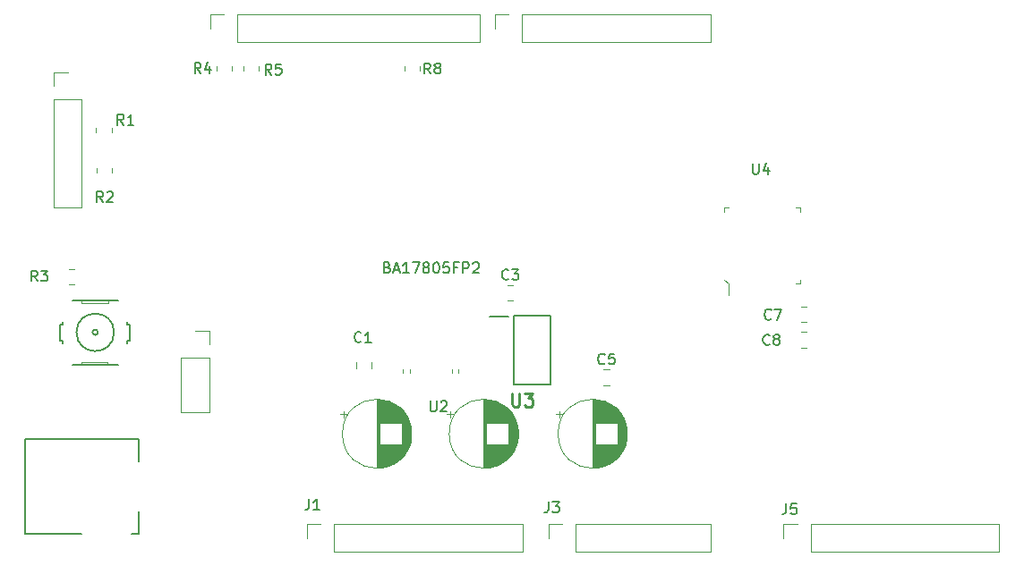
<source format=gbr>
%TF.GenerationSoftware,KiCad,Pcbnew,8.0.6*%
%TF.CreationDate,2025-01-18T19:56:56-05:00*%
%TF.ProjectId,RL78_G14_Arduino_32p,524c3738-5f47-4313-945f-41726475696e,rev?*%
%TF.SameCoordinates,Original*%
%TF.FileFunction,Legend,Top*%
%TF.FilePolarity,Positive*%
%FSLAX46Y46*%
G04 Gerber Fmt 4.6, Leading zero omitted, Abs format (unit mm)*
G04 Created by KiCad (PCBNEW 8.0.6) date 2025-01-18 19:56:56*
%MOMM*%
%LPD*%
G01*
G04 APERTURE LIST*
%ADD10C,0.150000*%
%ADD11C,0.254000*%
%ADD12C,0.100000*%
%ADD13C,0.120000*%
%ADD14C,0.152400*%
%ADD15C,0.050800*%
%ADD16C,0.203200*%
%ADD17C,0.200000*%
G04 APERTURE END LIST*
D10*
X119788095Y-41804819D02*
X119788095Y-42614342D01*
X119788095Y-42614342D02*
X119835714Y-42709580D01*
X119835714Y-42709580D02*
X119883333Y-42757200D01*
X119883333Y-42757200D02*
X119978571Y-42804819D01*
X119978571Y-42804819D02*
X120169047Y-42804819D01*
X120169047Y-42804819D02*
X120264285Y-42757200D01*
X120264285Y-42757200D02*
X120311904Y-42709580D01*
X120311904Y-42709580D02*
X120359523Y-42614342D01*
X120359523Y-42614342D02*
X120359523Y-41804819D01*
X121264285Y-42138152D02*
X121264285Y-42804819D01*
X121026190Y-41757200D02*
X120788095Y-42471485D01*
X120788095Y-42471485D02*
X121407142Y-42471485D01*
X89311333Y-33304819D02*
X88978000Y-32828628D01*
X88739905Y-33304819D02*
X88739905Y-32304819D01*
X88739905Y-32304819D02*
X89120857Y-32304819D01*
X89120857Y-32304819D02*
X89216095Y-32352438D01*
X89216095Y-32352438D02*
X89263714Y-32400057D01*
X89263714Y-32400057D02*
X89311333Y-32495295D01*
X89311333Y-32495295D02*
X89311333Y-32638152D01*
X89311333Y-32638152D02*
X89263714Y-32733390D01*
X89263714Y-32733390D02*
X89216095Y-32781009D01*
X89216095Y-32781009D02*
X89120857Y-32828628D01*
X89120857Y-32828628D02*
X88739905Y-32828628D01*
X89882762Y-32733390D02*
X89787524Y-32685771D01*
X89787524Y-32685771D02*
X89739905Y-32638152D01*
X89739905Y-32638152D02*
X89692286Y-32542914D01*
X89692286Y-32542914D02*
X89692286Y-32495295D01*
X89692286Y-32495295D02*
X89739905Y-32400057D01*
X89739905Y-32400057D02*
X89787524Y-32352438D01*
X89787524Y-32352438D02*
X89882762Y-32304819D01*
X89882762Y-32304819D02*
X90073238Y-32304819D01*
X90073238Y-32304819D02*
X90168476Y-32352438D01*
X90168476Y-32352438D02*
X90216095Y-32400057D01*
X90216095Y-32400057D02*
X90263714Y-32495295D01*
X90263714Y-32495295D02*
X90263714Y-32542914D01*
X90263714Y-32542914D02*
X90216095Y-32638152D01*
X90216095Y-32638152D02*
X90168476Y-32685771D01*
X90168476Y-32685771D02*
X90073238Y-32733390D01*
X90073238Y-32733390D02*
X89882762Y-32733390D01*
X89882762Y-32733390D02*
X89787524Y-32781009D01*
X89787524Y-32781009D02*
X89739905Y-32828628D01*
X89739905Y-32828628D02*
X89692286Y-32923866D01*
X89692286Y-32923866D02*
X89692286Y-33114342D01*
X89692286Y-33114342D02*
X89739905Y-33209580D01*
X89739905Y-33209580D02*
X89787524Y-33257200D01*
X89787524Y-33257200D02*
X89882762Y-33304819D01*
X89882762Y-33304819D02*
X90073238Y-33304819D01*
X90073238Y-33304819D02*
X90168476Y-33257200D01*
X90168476Y-33257200D02*
X90216095Y-33209580D01*
X90216095Y-33209580D02*
X90263714Y-33114342D01*
X90263714Y-33114342D02*
X90263714Y-32923866D01*
X90263714Y-32923866D02*
X90216095Y-32828628D01*
X90216095Y-32828628D02*
X90168476Y-32781009D01*
X90168476Y-32781009D02*
X90073238Y-32733390D01*
X122956666Y-74014819D02*
X122956666Y-74729104D01*
X122956666Y-74729104D02*
X122909047Y-74871961D01*
X122909047Y-74871961D02*
X122813809Y-74967200D01*
X122813809Y-74967200D02*
X122670952Y-75014819D01*
X122670952Y-75014819D02*
X122575714Y-75014819D01*
X123909047Y-74014819D02*
X123432857Y-74014819D01*
X123432857Y-74014819D02*
X123385238Y-74491009D01*
X123385238Y-74491009D02*
X123432857Y-74443390D01*
X123432857Y-74443390D02*
X123528095Y-74395771D01*
X123528095Y-74395771D02*
X123766190Y-74395771D01*
X123766190Y-74395771D02*
X123861428Y-74443390D01*
X123861428Y-74443390D02*
X123909047Y-74491009D01*
X123909047Y-74491009D02*
X123956666Y-74586247D01*
X123956666Y-74586247D02*
X123956666Y-74824342D01*
X123956666Y-74824342D02*
X123909047Y-74919580D01*
X123909047Y-74919580D02*
X123861428Y-74967200D01*
X123861428Y-74967200D02*
X123766190Y-75014819D01*
X123766190Y-75014819D02*
X123528095Y-75014819D01*
X123528095Y-75014819D02*
X123432857Y-74967200D01*
X123432857Y-74967200D02*
X123385238Y-74919580D01*
X100466666Y-73854819D02*
X100466666Y-74569104D01*
X100466666Y-74569104D02*
X100419047Y-74711961D01*
X100419047Y-74711961D02*
X100323809Y-74807200D01*
X100323809Y-74807200D02*
X100180952Y-74854819D01*
X100180952Y-74854819D02*
X100085714Y-74854819D01*
X100847619Y-73854819D02*
X101466666Y-73854819D01*
X101466666Y-73854819D02*
X101133333Y-74235771D01*
X101133333Y-74235771D02*
X101276190Y-74235771D01*
X101276190Y-74235771D02*
X101371428Y-74283390D01*
X101371428Y-74283390D02*
X101419047Y-74331009D01*
X101419047Y-74331009D02*
X101466666Y-74426247D01*
X101466666Y-74426247D02*
X101466666Y-74664342D01*
X101466666Y-74664342D02*
X101419047Y-74759580D01*
X101419047Y-74759580D02*
X101371428Y-74807200D01*
X101371428Y-74807200D02*
X101276190Y-74854819D01*
X101276190Y-74854819D02*
X100990476Y-74854819D01*
X100990476Y-74854819D02*
X100895238Y-74807200D01*
X100895238Y-74807200D02*
X100847619Y-74759580D01*
X121383333Y-58909580D02*
X121335714Y-58957200D01*
X121335714Y-58957200D02*
X121192857Y-59004819D01*
X121192857Y-59004819D02*
X121097619Y-59004819D01*
X121097619Y-59004819D02*
X120954762Y-58957200D01*
X120954762Y-58957200D02*
X120859524Y-58861961D01*
X120859524Y-58861961D02*
X120811905Y-58766723D01*
X120811905Y-58766723D02*
X120764286Y-58576247D01*
X120764286Y-58576247D02*
X120764286Y-58433390D01*
X120764286Y-58433390D02*
X120811905Y-58242914D01*
X120811905Y-58242914D02*
X120859524Y-58147676D01*
X120859524Y-58147676D02*
X120954762Y-58052438D01*
X120954762Y-58052438D02*
X121097619Y-58004819D01*
X121097619Y-58004819D02*
X121192857Y-58004819D01*
X121192857Y-58004819D02*
X121335714Y-58052438D01*
X121335714Y-58052438D02*
X121383333Y-58100057D01*
X121954762Y-58433390D02*
X121859524Y-58385771D01*
X121859524Y-58385771D02*
X121811905Y-58338152D01*
X121811905Y-58338152D02*
X121764286Y-58242914D01*
X121764286Y-58242914D02*
X121764286Y-58195295D01*
X121764286Y-58195295D02*
X121811905Y-58100057D01*
X121811905Y-58100057D02*
X121859524Y-58052438D01*
X121859524Y-58052438D02*
X121954762Y-58004819D01*
X121954762Y-58004819D02*
X122145238Y-58004819D01*
X122145238Y-58004819D02*
X122240476Y-58052438D01*
X122240476Y-58052438D02*
X122288095Y-58100057D01*
X122288095Y-58100057D02*
X122335714Y-58195295D01*
X122335714Y-58195295D02*
X122335714Y-58242914D01*
X122335714Y-58242914D02*
X122288095Y-58338152D01*
X122288095Y-58338152D02*
X122240476Y-58385771D01*
X122240476Y-58385771D02*
X122145238Y-58433390D01*
X122145238Y-58433390D02*
X121954762Y-58433390D01*
X121954762Y-58433390D02*
X121859524Y-58481009D01*
X121859524Y-58481009D02*
X121811905Y-58528628D01*
X121811905Y-58528628D02*
X121764286Y-58623866D01*
X121764286Y-58623866D02*
X121764286Y-58814342D01*
X121764286Y-58814342D02*
X121811905Y-58909580D01*
X121811905Y-58909580D02*
X121859524Y-58957200D01*
X121859524Y-58957200D02*
X121954762Y-59004819D01*
X121954762Y-59004819D02*
X122145238Y-59004819D01*
X122145238Y-59004819D02*
X122240476Y-58957200D01*
X122240476Y-58957200D02*
X122288095Y-58909580D01*
X122288095Y-58909580D02*
X122335714Y-58814342D01*
X122335714Y-58814342D02*
X122335714Y-58623866D01*
X122335714Y-58623866D02*
X122288095Y-58528628D01*
X122288095Y-58528628D02*
X122240476Y-58481009D01*
X122240476Y-58481009D02*
X122145238Y-58433390D01*
X60283333Y-38154819D02*
X59950000Y-37678628D01*
X59711905Y-38154819D02*
X59711905Y-37154819D01*
X59711905Y-37154819D02*
X60092857Y-37154819D01*
X60092857Y-37154819D02*
X60188095Y-37202438D01*
X60188095Y-37202438D02*
X60235714Y-37250057D01*
X60235714Y-37250057D02*
X60283333Y-37345295D01*
X60283333Y-37345295D02*
X60283333Y-37488152D01*
X60283333Y-37488152D02*
X60235714Y-37583390D01*
X60235714Y-37583390D02*
X60188095Y-37631009D01*
X60188095Y-37631009D02*
X60092857Y-37678628D01*
X60092857Y-37678628D02*
X59711905Y-37678628D01*
X61235714Y-38154819D02*
X60664286Y-38154819D01*
X60950000Y-38154819D02*
X60950000Y-37154819D01*
X60950000Y-37154819D02*
X60854762Y-37297676D01*
X60854762Y-37297676D02*
X60759524Y-37392914D01*
X60759524Y-37392914D02*
X60664286Y-37440533D01*
X77816666Y-73604819D02*
X77816666Y-74319104D01*
X77816666Y-74319104D02*
X77769047Y-74461961D01*
X77769047Y-74461961D02*
X77673809Y-74557200D01*
X77673809Y-74557200D02*
X77530952Y-74604819D01*
X77530952Y-74604819D02*
X77435714Y-74604819D01*
X78816666Y-74604819D02*
X78245238Y-74604819D01*
X78530952Y-74604819D02*
X78530952Y-73604819D01*
X78530952Y-73604819D02*
X78435714Y-73747676D01*
X78435714Y-73747676D02*
X78340476Y-73842914D01*
X78340476Y-73842914D02*
X78245238Y-73890533D01*
X89298095Y-64297419D02*
X89298095Y-65106942D01*
X89298095Y-65106942D02*
X89345714Y-65202180D01*
X89345714Y-65202180D02*
X89393333Y-65249800D01*
X89393333Y-65249800D02*
X89488571Y-65297419D01*
X89488571Y-65297419D02*
X89679047Y-65297419D01*
X89679047Y-65297419D02*
X89774285Y-65249800D01*
X89774285Y-65249800D02*
X89821904Y-65202180D01*
X89821904Y-65202180D02*
X89869523Y-65106942D01*
X89869523Y-65106942D02*
X89869523Y-64297419D01*
X90298095Y-64392657D02*
X90345714Y-64345038D01*
X90345714Y-64345038D02*
X90440952Y-64297419D01*
X90440952Y-64297419D02*
X90679047Y-64297419D01*
X90679047Y-64297419D02*
X90774285Y-64345038D01*
X90774285Y-64345038D02*
X90821904Y-64392657D01*
X90821904Y-64392657D02*
X90869523Y-64487895D01*
X90869523Y-64487895D02*
X90869523Y-64583133D01*
X90869523Y-64583133D02*
X90821904Y-64725990D01*
X90821904Y-64725990D02*
X90250476Y-65297419D01*
X90250476Y-65297419D02*
X90869523Y-65297419D01*
X85227142Y-51653609D02*
X85369999Y-51701228D01*
X85369999Y-51701228D02*
X85417618Y-51748847D01*
X85417618Y-51748847D02*
X85465237Y-51844085D01*
X85465237Y-51844085D02*
X85465237Y-51986942D01*
X85465237Y-51986942D02*
X85417618Y-52082180D01*
X85417618Y-52082180D02*
X85369999Y-52129800D01*
X85369999Y-52129800D02*
X85274761Y-52177419D01*
X85274761Y-52177419D02*
X84893809Y-52177419D01*
X84893809Y-52177419D02*
X84893809Y-51177419D01*
X84893809Y-51177419D02*
X85227142Y-51177419D01*
X85227142Y-51177419D02*
X85322380Y-51225038D01*
X85322380Y-51225038D02*
X85369999Y-51272657D01*
X85369999Y-51272657D02*
X85417618Y-51367895D01*
X85417618Y-51367895D02*
X85417618Y-51463133D01*
X85417618Y-51463133D02*
X85369999Y-51558371D01*
X85369999Y-51558371D02*
X85322380Y-51605990D01*
X85322380Y-51605990D02*
X85227142Y-51653609D01*
X85227142Y-51653609D02*
X84893809Y-51653609D01*
X85846190Y-51891704D02*
X86322380Y-51891704D01*
X85750952Y-52177419D02*
X86084285Y-51177419D01*
X86084285Y-51177419D02*
X86417618Y-52177419D01*
X87274761Y-52177419D02*
X86703333Y-52177419D01*
X86989047Y-52177419D02*
X86989047Y-51177419D01*
X86989047Y-51177419D02*
X86893809Y-51320276D01*
X86893809Y-51320276D02*
X86798571Y-51415514D01*
X86798571Y-51415514D02*
X86703333Y-51463133D01*
X87608095Y-51177419D02*
X88274761Y-51177419D01*
X88274761Y-51177419D02*
X87846190Y-52177419D01*
X88798571Y-51605990D02*
X88703333Y-51558371D01*
X88703333Y-51558371D02*
X88655714Y-51510752D01*
X88655714Y-51510752D02*
X88608095Y-51415514D01*
X88608095Y-51415514D02*
X88608095Y-51367895D01*
X88608095Y-51367895D02*
X88655714Y-51272657D01*
X88655714Y-51272657D02*
X88703333Y-51225038D01*
X88703333Y-51225038D02*
X88798571Y-51177419D01*
X88798571Y-51177419D02*
X88989047Y-51177419D01*
X88989047Y-51177419D02*
X89084285Y-51225038D01*
X89084285Y-51225038D02*
X89131904Y-51272657D01*
X89131904Y-51272657D02*
X89179523Y-51367895D01*
X89179523Y-51367895D02*
X89179523Y-51415514D01*
X89179523Y-51415514D02*
X89131904Y-51510752D01*
X89131904Y-51510752D02*
X89084285Y-51558371D01*
X89084285Y-51558371D02*
X88989047Y-51605990D01*
X88989047Y-51605990D02*
X88798571Y-51605990D01*
X88798571Y-51605990D02*
X88703333Y-51653609D01*
X88703333Y-51653609D02*
X88655714Y-51701228D01*
X88655714Y-51701228D02*
X88608095Y-51796466D01*
X88608095Y-51796466D02*
X88608095Y-51986942D01*
X88608095Y-51986942D02*
X88655714Y-52082180D01*
X88655714Y-52082180D02*
X88703333Y-52129800D01*
X88703333Y-52129800D02*
X88798571Y-52177419D01*
X88798571Y-52177419D02*
X88989047Y-52177419D01*
X88989047Y-52177419D02*
X89084285Y-52129800D01*
X89084285Y-52129800D02*
X89131904Y-52082180D01*
X89131904Y-52082180D02*
X89179523Y-51986942D01*
X89179523Y-51986942D02*
X89179523Y-51796466D01*
X89179523Y-51796466D02*
X89131904Y-51701228D01*
X89131904Y-51701228D02*
X89084285Y-51653609D01*
X89084285Y-51653609D02*
X88989047Y-51605990D01*
X89798571Y-51177419D02*
X89893809Y-51177419D01*
X89893809Y-51177419D02*
X89989047Y-51225038D01*
X89989047Y-51225038D02*
X90036666Y-51272657D01*
X90036666Y-51272657D02*
X90084285Y-51367895D01*
X90084285Y-51367895D02*
X90131904Y-51558371D01*
X90131904Y-51558371D02*
X90131904Y-51796466D01*
X90131904Y-51796466D02*
X90084285Y-51986942D01*
X90084285Y-51986942D02*
X90036666Y-52082180D01*
X90036666Y-52082180D02*
X89989047Y-52129800D01*
X89989047Y-52129800D02*
X89893809Y-52177419D01*
X89893809Y-52177419D02*
X89798571Y-52177419D01*
X89798571Y-52177419D02*
X89703333Y-52129800D01*
X89703333Y-52129800D02*
X89655714Y-52082180D01*
X89655714Y-52082180D02*
X89608095Y-51986942D01*
X89608095Y-51986942D02*
X89560476Y-51796466D01*
X89560476Y-51796466D02*
X89560476Y-51558371D01*
X89560476Y-51558371D02*
X89608095Y-51367895D01*
X89608095Y-51367895D02*
X89655714Y-51272657D01*
X89655714Y-51272657D02*
X89703333Y-51225038D01*
X89703333Y-51225038D02*
X89798571Y-51177419D01*
X91036666Y-51177419D02*
X90560476Y-51177419D01*
X90560476Y-51177419D02*
X90512857Y-51653609D01*
X90512857Y-51653609D02*
X90560476Y-51605990D01*
X90560476Y-51605990D02*
X90655714Y-51558371D01*
X90655714Y-51558371D02*
X90893809Y-51558371D01*
X90893809Y-51558371D02*
X90989047Y-51605990D01*
X90989047Y-51605990D02*
X91036666Y-51653609D01*
X91036666Y-51653609D02*
X91084285Y-51748847D01*
X91084285Y-51748847D02*
X91084285Y-51986942D01*
X91084285Y-51986942D02*
X91036666Y-52082180D01*
X91036666Y-52082180D02*
X90989047Y-52129800D01*
X90989047Y-52129800D02*
X90893809Y-52177419D01*
X90893809Y-52177419D02*
X90655714Y-52177419D01*
X90655714Y-52177419D02*
X90560476Y-52129800D01*
X90560476Y-52129800D02*
X90512857Y-52082180D01*
X91846190Y-51653609D02*
X91512857Y-51653609D01*
X91512857Y-52177419D02*
X91512857Y-51177419D01*
X91512857Y-51177419D02*
X91989047Y-51177419D01*
X92370000Y-52177419D02*
X92370000Y-51177419D01*
X92370000Y-51177419D02*
X92750952Y-51177419D01*
X92750952Y-51177419D02*
X92846190Y-51225038D01*
X92846190Y-51225038D02*
X92893809Y-51272657D01*
X92893809Y-51272657D02*
X92941428Y-51367895D01*
X92941428Y-51367895D02*
X92941428Y-51510752D01*
X92941428Y-51510752D02*
X92893809Y-51605990D01*
X92893809Y-51605990D02*
X92846190Y-51653609D01*
X92846190Y-51653609D02*
X92750952Y-51701228D01*
X92750952Y-51701228D02*
X92370000Y-51701228D01*
X93322381Y-51272657D02*
X93370000Y-51225038D01*
X93370000Y-51225038D02*
X93465238Y-51177419D01*
X93465238Y-51177419D02*
X93703333Y-51177419D01*
X93703333Y-51177419D02*
X93798571Y-51225038D01*
X93798571Y-51225038D02*
X93846190Y-51272657D01*
X93846190Y-51272657D02*
X93893809Y-51367895D01*
X93893809Y-51367895D02*
X93893809Y-51463133D01*
X93893809Y-51463133D02*
X93846190Y-51605990D01*
X93846190Y-51605990D02*
X93274762Y-52177419D01*
X93274762Y-52177419D02*
X93893809Y-52177419D01*
X52133333Y-52954819D02*
X51800000Y-52478628D01*
X51561905Y-52954819D02*
X51561905Y-51954819D01*
X51561905Y-51954819D02*
X51942857Y-51954819D01*
X51942857Y-51954819D02*
X52038095Y-52002438D01*
X52038095Y-52002438D02*
X52085714Y-52050057D01*
X52085714Y-52050057D02*
X52133333Y-52145295D01*
X52133333Y-52145295D02*
X52133333Y-52288152D01*
X52133333Y-52288152D02*
X52085714Y-52383390D01*
X52085714Y-52383390D02*
X52038095Y-52431009D01*
X52038095Y-52431009D02*
X51942857Y-52478628D01*
X51942857Y-52478628D02*
X51561905Y-52478628D01*
X52466667Y-51954819D02*
X53085714Y-51954819D01*
X53085714Y-51954819D02*
X52752381Y-52335771D01*
X52752381Y-52335771D02*
X52895238Y-52335771D01*
X52895238Y-52335771D02*
X52990476Y-52383390D01*
X52990476Y-52383390D02*
X53038095Y-52431009D01*
X53038095Y-52431009D02*
X53085714Y-52526247D01*
X53085714Y-52526247D02*
X53085714Y-52764342D01*
X53085714Y-52764342D02*
X53038095Y-52859580D01*
X53038095Y-52859580D02*
X52990476Y-52907200D01*
X52990476Y-52907200D02*
X52895238Y-52954819D01*
X52895238Y-52954819D02*
X52609524Y-52954819D01*
X52609524Y-52954819D02*
X52514286Y-52907200D01*
X52514286Y-52907200D02*
X52466667Y-52859580D01*
X74271333Y-33404819D02*
X73938000Y-32928628D01*
X73699905Y-33404819D02*
X73699905Y-32404819D01*
X73699905Y-32404819D02*
X74080857Y-32404819D01*
X74080857Y-32404819D02*
X74176095Y-32452438D01*
X74176095Y-32452438D02*
X74223714Y-32500057D01*
X74223714Y-32500057D02*
X74271333Y-32595295D01*
X74271333Y-32595295D02*
X74271333Y-32738152D01*
X74271333Y-32738152D02*
X74223714Y-32833390D01*
X74223714Y-32833390D02*
X74176095Y-32881009D01*
X74176095Y-32881009D02*
X74080857Y-32928628D01*
X74080857Y-32928628D02*
X73699905Y-32928628D01*
X75176095Y-32404819D02*
X74699905Y-32404819D01*
X74699905Y-32404819D02*
X74652286Y-32881009D01*
X74652286Y-32881009D02*
X74699905Y-32833390D01*
X74699905Y-32833390D02*
X74795143Y-32785771D01*
X74795143Y-32785771D02*
X75033238Y-32785771D01*
X75033238Y-32785771D02*
X75128476Y-32833390D01*
X75128476Y-32833390D02*
X75176095Y-32881009D01*
X75176095Y-32881009D02*
X75223714Y-32976247D01*
X75223714Y-32976247D02*
X75223714Y-33214342D01*
X75223714Y-33214342D02*
X75176095Y-33309580D01*
X75176095Y-33309580D02*
X75128476Y-33357200D01*
X75128476Y-33357200D02*
X75033238Y-33404819D01*
X75033238Y-33404819D02*
X74795143Y-33404819D01*
X74795143Y-33404819D02*
X74699905Y-33357200D01*
X74699905Y-33357200D02*
X74652286Y-33309580D01*
X67583333Y-33254819D02*
X67250000Y-32778628D01*
X67011905Y-33254819D02*
X67011905Y-32254819D01*
X67011905Y-32254819D02*
X67392857Y-32254819D01*
X67392857Y-32254819D02*
X67488095Y-32302438D01*
X67488095Y-32302438D02*
X67535714Y-32350057D01*
X67535714Y-32350057D02*
X67583333Y-32445295D01*
X67583333Y-32445295D02*
X67583333Y-32588152D01*
X67583333Y-32588152D02*
X67535714Y-32683390D01*
X67535714Y-32683390D02*
X67488095Y-32731009D01*
X67488095Y-32731009D02*
X67392857Y-32778628D01*
X67392857Y-32778628D02*
X67011905Y-32778628D01*
X68440476Y-32588152D02*
X68440476Y-33254819D01*
X68202381Y-32207200D02*
X67964286Y-32921485D01*
X67964286Y-32921485D02*
X68583333Y-32921485D01*
X96685333Y-52729580D02*
X96637714Y-52777200D01*
X96637714Y-52777200D02*
X96494857Y-52824819D01*
X96494857Y-52824819D02*
X96399619Y-52824819D01*
X96399619Y-52824819D02*
X96256762Y-52777200D01*
X96256762Y-52777200D02*
X96161524Y-52681961D01*
X96161524Y-52681961D02*
X96113905Y-52586723D01*
X96113905Y-52586723D02*
X96066286Y-52396247D01*
X96066286Y-52396247D02*
X96066286Y-52253390D01*
X96066286Y-52253390D02*
X96113905Y-52062914D01*
X96113905Y-52062914D02*
X96161524Y-51967676D01*
X96161524Y-51967676D02*
X96256762Y-51872438D01*
X96256762Y-51872438D02*
X96399619Y-51824819D01*
X96399619Y-51824819D02*
X96494857Y-51824819D01*
X96494857Y-51824819D02*
X96637714Y-51872438D01*
X96637714Y-51872438D02*
X96685333Y-51920057D01*
X97018667Y-51824819D02*
X97637714Y-51824819D01*
X97637714Y-51824819D02*
X97304381Y-52205771D01*
X97304381Y-52205771D02*
X97447238Y-52205771D01*
X97447238Y-52205771D02*
X97542476Y-52253390D01*
X97542476Y-52253390D02*
X97590095Y-52301009D01*
X97590095Y-52301009D02*
X97637714Y-52396247D01*
X97637714Y-52396247D02*
X97637714Y-52634342D01*
X97637714Y-52634342D02*
X97590095Y-52729580D01*
X97590095Y-52729580D02*
X97542476Y-52777200D01*
X97542476Y-52777200D02*
X97447238Y-52824819D01*
X97447238Y-52824819D02*
X97161524Y-52824819D01*
X97161524Y-52824819D02*
X97066286Y-52777200D01*
X97066286Y-52777200D02*
X97018667Y-52729580D01*
X121533333Y-56509580D02*
X121485714Y-56557200D01*
X121485714Y-56557200D02*
X121342857Y-56604819D01*
X121342857Y-56604819D02*
X121247619Y-56604819D01*
X121247619Y-56604819D02*
X121104762Y-56557200D01*
X121104762Y-56557200D02*
X121009524Y-56461961D01*
X121009524Y-56461961D02*
X120961905Y-56366723D01*
X120961905Y-56366723D02*
X120914286Y-56176247D01*
X120914286Y-56176247D02*
X120914286Y-56033390D01*
X120914286Y-56033390D02*
X120961905Y-55842914D01*
X120961905Y-55842914D02*
X121009524Y-55747676D01*
X121009524Y-55747676D02*
X121104762Y-55652438D01*
X121104762Y-55652438D02*
X121247619Y-55604819D01*
X121247619Y-55604819D02*
X121342857Y-55604819D01*
X121342857Y-55604819D02*
X121485714Y-55652438D01*
X121485714Y-55652438D02*
X121533333Y-55700057D01*
X121866667Y-55604819D02*
X122533333Y-55604819D01*
X122533333Y-55604819D02*
X122104762Y-56604819D01*
X58333333Y-45454819D02*
X58000000Y-44978628D01*
X57761905Y-45454819D02*
X57761905Y-44454819D01*
X57761905Y-44454819D02*
X58142857Y-44454819D01*
X58142857Y-44454819D02*
X58238095Y-44502438D01*
X58238095Y-44502438D02*
X58285714Y-44550057D01*
X58285714Y-44550057D02*
X58333333Y-44645295D01*
X58333333Y-44645295D02*
X58333333Y-44788152D01*
X58333333Y-44788152D02*
X58285714Y-44883390D01*
X58285714Y-44883390D02*
X58238095Y-44931009D01*
X58238095Y-44931009D02*
X58142857Y-44978628D01*
X58142857Y-44978628D02*
X57761905Y-44978628D01*
X58714286Y-44550057D02*
X58761905Y-44502438D01*
X58761905Y-44502438D02*
X58857143Y-44454819D01*
X58857143Y-44454819D02*
X59095238Y-44454819D01*
X59095238Y-44454819D02*
X59190476Y-44502438D01*
X59190476Y-44502438D02*
X59238095Y-44550057D01*
X59238095Y-44550057D02*
X59285714Y-44645295D01*
X59285714Y-44645295D02*
X59285714Y-44740533D01*
X59285714Y-44740533D02*
X59238095Y-44883390D01*
X59238095Y-44883390D02*
X58666667Y-45454819D01*
X58666667Y-45454819D02*
X59285714Y-45454819D01*
X82735333Y-58659580D02*
X82687714Y-58707200D01*
X82687714Y-58707200D02*
X82544857Y-58754819D01*
X82544857Y-58754819D02*
X82449619Y-58754819D01*
X82449619Y-58754819D02*
X82306762Y-58707200D01*
X82306762Y-58707200D02*
X82211524Y-58611961D01*
X82211524Y-58611961D02*
X82163905Y-58516723D01*
X82163905Y-58516723D02*
X82116286Y-58326247D01*
X82116286Y-58326247D02*
X82116286Y-58183390D01*
X82116286Y-58183390D02*
X82163905Y-57992914D01*
X82163905Y-57992914D02*
X82211524Y-57897676D01*
X82211524Y-57897676D02*
X82306762Y-57802438D01*
X82306762Y-57802438D02*
X82449619Y-57754819D01*
X82449619Y-57754819D02*
X82544857Y-57754819D01*
X82544857Y-57754819D02*
X82687714Y-57802438D01*
X82687714Y-57802438D02*
X82735333Y-57850057D01*
X83687714Y-58754819D02*
X83116286Y-58754819D01*
X83402000Y-58754819D02*
X83402000Y-57754819D01*
X83402000Y-57754819D02*
X83306762Y-57897676D01*
X83306762Y-57897676D02*
X83211524Y-57992914D01*
X83211524Y-57992914D02*
X83116286Y-58040533D01*
X105785333Y-60729580D02*
X105737714Y-60777200D01*
X105737714Y-60777200D02*
X105594857Y-60824819D01*
X105594857Y-60824819D02*
X105499619Y-60824819D01*
X105499619Y-60824819D02*
X105356762Y-60777200D01*
X105356762Y-60777200D02*
X105261524Y-60681961D01*
X105261524Y-60681961D02*
X105213905Y-60586723D01*
X105213905Y-60586723D02*
X105166286Y-60396247D01*
X105166286Y-60396247D02*
X105166286Y-60253390D01*
X105166286Y-60253390D02*
X105213905Y-60062914D01*
X105213905Y-60062914D02*
X105261524Y-59967676D01*
X105261524Y-59967676D02*
X105356762Y-59872438D01*
X105356762Y-59872438D02*
X105499619Y-59824819D01*
X105499619Y-59824819D02*
X105594857Y-59824819D01*
X105594857Y-59824819D02*
X105737714Y-59872438D01*
X105737714Y-59872438D02*
X105785333Y-59920057D01*
X106690095Y-59824819D02*
X106213905Y-59824819D01*
X106213905Y-59824819D02*
X106166286Y-60301009D01*
X106166286Y-60301009D02*
X106213905Y-60253390D01*
X106213905Y-60253390D02*
X106309143Y-60205771D01*
X106309143Y-60205771D02*
X106547238Y-60205771D01*
X106547238Y-60205771D02*
X106642476Y-60253390D01*
X106642476Y-60253390D02*
X106690095Y-60301009D01*
X106690095Y-60301009D02*
X106737714Y-60396247D01*
X106737714Y-60396247D02*
X106737714Y-60634342D01*
X106737714Y-60634342D02*
X106690095Y-60729580D01*
X106690095Y-60729580D02*
X106642476Y-60777200D01*
X106642476Y-60777200D02*
X106547238Y-60824819D01*
X106547238Y-60824819D02*
X106309143Y-60824819D01*
X106309143Y-60824819D02*
X106213905Y-60777200D01*
X106213905Y-60777200D02*
X106166286Y-60729580D01*
D11*
X97007380Y-63554318D02*
X97007380Y-64582413D01*
X97007380Y-64582413D02*
X97067857Y-64703365D01*
X97067857Y-64703365D02*
X97128333Y-64763842D01*
X97128333Y-64763842D02*
X97249285Y-64824318D01*
X97249285Y-64824318D02*
X97491190Y-64824318D01*
X97491190Y-64824318D02*
X97612142Y-64763842D01*
X97612142Y-64763842D02*
X97672619Y-64703365D01*
X97672619Y-64703365D02*
X97733095Y-64582413D01*
X97733095Y-64582413D02*
X97733095Y-63554318D01*
X98216904Y-63554318D02*
X99003095Y-63554318D01*
X99003095Y-63554318D02*
X98579761Y-64038127D01*
X98579761Y-64038127D02*
X98761190Y-64038127D01*
X98761190Y-64038127D02*
X98882142Y-64098603D01*
X98882142Y-64098603D02*
X98942618Y-64159080D01*
X98942618Y-64159080D02*
X99003095Y-64280032D01*
X99003095Y-64280032D02*
X99003095Y-64582413D01*
X99003095Y-64582413D02*
X98942618Y-64703365D01*
X98942618Y-64703365D02*
X98882142Y-64763842D01*
X98882142Y-64763842D02*
X98761190Y-64824318D01*
X98761190Y-64824318D02*
X98398333Y-64824318D01*
X98398333Y-64824318D02*
X98277380Y-64763842D01*
X98277380Y-64763842D02*
X98216904Y-64703365D01*
D12*
%TO.C,U4*%
X124300000Y-46000000D02*
X124300000Y-46400000D01*
X123900000Y-46000000D02*
X124300000Y-46000000D01*
X117100000Y-46000000D02*
X117100000Y-46400000D01*
X117500000Y-46000000D02*
X117100000Y-46000000D01*
X124300000Y-53200000D02*
X123900000Y-53200000D01*
X124300000Y-52800000D02*
X124300000Y-53200000D01*
X117500000Y-53200000D02*
X117100000Y-52800000D01*
X117500000Y-54250000D02*
X117500000Y-53200000D01*
D13*
%TO.C,R8*%
X86843000Y-33027064D02*
X86843000Y-32572936D01*
X88313000Y-33027064D02*
X88313000Y-32572936D01*
%TO.C,J5*%
X125270000Y-78590000D02*
X143110000Y-78590000D01*
X125270000Y-78590000D02*
X125270000Y-75930000D01*
X143110000Y-78590000D02*
X143110000Y-75930000D01*
X122670000Y-77260000D02*
X122670000Y-75930000D01*
X122670000Y-75930000D02*
X124000000Y-75930000D01*
X125270000Y-75930000D02*
X143110000Y-75930000D01*
%TO.C,J3*%
X103072000Y-78590000D02*
X115832000Y-78590000D01*
X103072000Y-78590000D02*
X103072000Y-75930000D01*
X115832000Y-78590000D02*
X115832000Y-75930000D01*
X100472000Y-77260000D02*
X100472000Y-75930000D01*
X100472000Y-75930000D02*
X101802000Y-75930000D01*
X103072000Y-75930000D02*
X115832000Y-75930000D01*
%TO.C,J2*%
X68468000Y-27670000D02*
X69798000Y-27670000D01*
X68468000Y-29000000D02*
X68468000Y-27670000D01*
X71068000Y-27670000D02*
X93988000Y-27670000D01*
X71068000Y-30330000D02*
X71068000Y-27670000D01*
X71068000Y-30330000D02*
X93988000Y-30330000D01*
X93988000Y-30330000D02*
X93988000Y-27670000D01*
%TO.C,J4*%
X95392000Y-27670000D02*
X96722000Y-27670000D01*
X95392000Y-29000000D02*
X95392000Y-27670000D01*
X97992000Y-27670000D02*
X115832000Y-27670000D01*
X97992000Y-30330000D02*
X97992000Y-27670000D01*
X97992000Y-30330000D02*
X115832000Y-30330000D01*
X115832000Y-30330000D02*
X115832000Y-27670000D01*
%TO.C,C4*%
X90851759Y-65561000D02*
X91481759Y-65561000D01*
X91166759Y-65246000D02*
X91166759Y-65876000D01*
X94352000Y-64170000D02*
X94352000Y-70630000D01*
X94392000Y-64170000D02*
X94392000Y-70630000D01*
X94432000Y-64170000D02*
X94432000Y-70630000D01*
X94472000Y-64172000D02*
X94472000Y-70628000D01*
X94512000Y-64173000D02*
X94512000Y-70627000D01*
X94552000Y-64176000D02*
X94552000Y-70624000D01*
X94592000Y-64178000D02*
X94592000Y-66360000D01*
X94592000Y-68440000D02*
X94592000Y-70622000D01*
X94632000Y-64182000D02*
X94632000Y-66360000D01*
X94632000Y-68440000D02*
X94632000Y-70618000D01*
X94672000Y-64185000D02*
X94672000Y-66360000D01*
X94672000Y-68440000D02*
X94672000Y-70615000D01*
X94712000Y-64189000D02*
X94712000Y-66360000D01*
X94712000Y-68440000D02*
X94712000Y-70611000D01*
X94752000Y-64194000D02*
X94752000Y-66360000D01*
X94752000Y-68440000D02*
X94752000Y-70606000D01*
X94792000Y-64199000D02*
X94792000Y-66360000D01*
X94792000Y-68440000D02*
X94792000Y-70601000D01*
X94832000Y-64205000D02*
X94832000Y-66360000D01*
X94832000Y-68440000D02*
X94832000Y-70595000D01*
X94872000Y-64211000D02*
X94872000Y-66360000D01*
X94872000Y-68440000D02*
X94872000Y-70589000D01*
X94912000Y-64218000D02*
X94912000Y-66360000D01*
X94912000Y-68440000D02*
X94912000Y-70582000D01*
X94952000Y-64225000D02*
X94952000Y-66360000D01*
X94952000Y-68440000D02*
X94952000Y-70575000D01*
X94992000Y-64233000D02*
X94992000Y-66360000D01*
X94992000Y-68440000D02*
X94992000Y-70567000D01*
X95032000Y-64241000D02*
X95032000Y-66360000D01*
X95032000Y-68440000D02*
X95032000Y-70559000D01*
X95073000Y-64250000D02*
X95073000Y-66360000D01*
X95073000Y-68440000D02*
X95073000Y-70550000D01*
X95113000Y-64259000D02*
X95113000Y-66360000D01*
X95113000Y-68440000D02*
X95113000Y-70541000D01*
X95153000Y-64269000D02*
X95153000Y-66360000D01*
X95153000Y-68440000D02*
X95153000Y-70531000D01*
X95193000Y-64279000D02*
X95193000Y-66360000D01*
X95193000Y-68440000D02*
X95193000Y-70521000D01*
X95233000Y-64290000D02*
X95233000Y-66360000D01*
X95233000Y-68440000D02*
X95233000Y-70510000D01*
X95273000Y-64302000D02*
X95273000Y-66360000D01*
X95273000Y-68440000D02*
X95273000Y-70498000D01*
X95313000Y-64314000D02*
X95313000Y-66360000D01*
X95313000Y-68440000D02*
X95313000Y-70486000D01*
X95353000Y-64326000D02*
X95353000Y-66360000D01*
X95353000Y-68440000D02*
X95353000Y-70474000D01*
X95393000Y-64339000D02*
X95393000Y-66360000D01*
X95393000Y-68440000D02*
X95393000Y-70461000D01*
X95433000Y-64353000D02*
X95433000Y-66360000D01*
X95433000Y-68440000D02*
X95433000Y-70447000D01*
X95473000Y-64367000D02*
X95473000Y-66360000D01*
X95473000Y-68440000D02*
X95473000Y-70433000D01*
X95513000Y-64382000D02*
X95513000Y-66360000D01*
X95513000Y-68440000D02*
X95513000Y-70418000D01*
X95553000Y-64398000D02*
X95553000Y-66360000D01*
X95553000Y-68440000D02*
X95553000Y-70402000D01*
X95593000Y-64414000D02*
X95593000Y-66360000D01*
X95593000Y-68440000D02*
X95593000Y-70386000D01*
X95633000Y-64430000D02*
X95633000Y-66360000D01*
X95633000Y-68440000D02*
X95633000Y-70370000D01*
X95673000Y-64448000D02*
X95673000Y-66360000D01*
X95673000Y-68440000D02*
X95673000Y-70352000D01*
X95713000Y-64466000D02*
X95713000Y-66360000D01*
X95713000Y-68440000D02*
X95713000Y-70334000D01*
X95753000Y-64484000D02*
X95753000Y-66360000D01*
X95753000Y-68440000D02*
X95753000Y-70316000D01*
X95793000Y-64504000D02*
X95793000Y-66360000D01*
X95793000Y-68440000D02*
X95793000Y-70296000D01*
X95833000Y-64524000D02*
X95833000Y-66360000D01*
X95833000Y-68440000D02*
X95833000Y-70276000D01*
X95873000Y-64544000D02*
X95873000Y-66360000D01*
X95873000Y-68440000D02*
X95873000Y-70256000D01*
X95913000Y-64566000D02*
X95913000Y-66360000D01*
X95913000Y-68440000D02*
X95913000Y-70234000D01*
X95953000Y-64588000D02*
X95953000Y-66360000D01*
X95953000Y-68440000D02*
X95953000Y-70212000D01*
X95993000Y-64610000D02*
X95993000Y-66360000D01*
X95993000Y-68440000D02*
X95993000Y-70190000D01*
X96033000Y-64634000D02*
X96033000Y-66360000D01*
X96033000Y-68440000D02*
X96033000Y-70166000D01*
X96073000Y-64658000D02*
X96073000Y-66360000D01*
X96073000Y-68440000D02*
X96073000Y-70142000D01*
X96113000Y-64684000D02*
X96113000Y-66360000D01*
X96113000Y-68440000D02*
X96113000Y-70116000D01*
X96153000Y-64710000D02*
X96153000Y-66360000D01*
X96153000Y-68440000D02*
X96153000Y-70090000D01*
X96193000Y-64736000D02*
X96193000Y-66360000D01*
X96193000Y-68440000D02*
X96193000Y-70064000D01*
X96233000Y-64764000D02*
X96233000Y-66360000D01*
X96233000Y-68440000D02*
X96233000Y-70036000D01*
X96273000Y-64793000D02*
X96273000Y-66360000D01*
X96273000Y-68440000D02*
X96273000Y-70007000D01*
X96313000Y-64822000D02*
X96313000Y-66360000D01*
X96313000Y-68440000D02*
X96313000Y-69978000D01*
X96353000Y-64852000D02*
X96353000Y-66360000D01*
X96353000Y-68440000D02*
X96353000Y-69948000D01*
X96393000Y-64884000D02*
X96393000Y-66360000D01*
X96393000Y-68440000D02*
X96393000Y-69916000D01*
X96433000Y-64916000D02*
X96433000Y-66360000D01*
X96433000Y-68440000D02*
X96433000Y-69884000D01*
X96473000Y-64950000D02*
X96473000Y-66360000D01*
X96473000Y-68440000D02*
X96473000Y-69850000D01*
X96513000Y-64984000D02*
X96513000Y-66360000D01*
X96513000Y-68440000D02*
X96513000Y-69816000D01*
X96553000Y-65020000D02*
X96553000Y-66360000D01*
X96553000Y-68440000D02*
X96553000Y-69780000D01*
X96593000Y-65057000D02*
X96593000Y-66360000D01*
X96593000Y-68440000D02*
X96593000Y-69743000D01*
X96633000Y-65095000D02*
X96633000Y-66360000D01*
X96633000Y-68440000D02*
X96633000Y-69705000D01*
X96673000Y-65135000D02*
X96673000Y-69665000D01*
X96713000Y-65176000D02*
X96713000Y-69624000D01*
X96753000Y-65218000D02*
X96753000Y-69582000D01*
X96793000Y-65263000D02*
X96793000Y-69537000D01*
X96833000Y-65308000D02*
X96833000Y-69492000D01*
X96873000Y-65356000D02*
X96873000Y-69444000D01*
X96913000Y-65405000D02*
X96913000Y-69395000D01*
X96953000Y-65456000D02*
X96953000Y-69344000D01*
X96993000Y-65510000D02*
X96993000Y-69290000D01*
X97033000Y-65566000D02*
X97033000Y-69234000D01*
X97073000Y-65624000D02*
X97073000Y-69176000D01*
X97113000Y-65686000D02*
X97113000Y-69114000D01*
X97153000Y-65750000D02*
X97153000Y-69050000D01*
X97193000Y-65819000D02*
X97193000Y-68981000D01*
X97233000Y-65891000D02*
X97233000Y-68909000D01*
X97273000Y-65968000D02*
X97273000Y-68832000D01*
X97313000Y-66050000D02*
X97313000Y-68750000D01*
X97353000Y-66138000D02*
X97353000Y-68662000D01*
X97393000Y-66235000D02*
X97393000Y-68565000D01*
X97433000Y-66341000D02*
X97433000Y-68459000D01*
X97473000Y-66460000D02*
X97473000Y-68340000D01*
X97513000Y-66598000D02*
X97513000Y-68202000D01*
X97553000Y-66767000D02*
X97553000Y-68033000D01*
X97593000Y-66998000D02*
X97593000Y-67802000D01*
X97622000Y-67400000D02*
G75*
G02*
X91082000Y-67400000I-3270000J0D01*
G01*
X91082000Y-67400000D02*
G75*
G02*
X97622000Y-67400000I3270000J0D01*
G01*
%TO.C,C8*%
X124338748Y-59235000D02*
X124861252Y-59235000D01*
X124338748Y-57765000D02*
X124861252Y-57765000D01*
%TO.C,R1*%
X57665000Y-38422936D02*
X57665000Y-38877064D01*
X59135000Y-38422936D02*
X59135000Y-38877064D01*
D14*
%TO.C,S1*%
X54300000Y-57038000D02*
X54300000Y-58562000D01*
X54300000Y-57038000D02*
X54554000Y-57038000D01*
X54554000Y-57038000D02*
X54554000Y-56784000D01*
X54554000Y-58562000D02*
X54300000Y-58562000D01*
X54554000Y-58562000D02*
X54554000Y-58816000D01*
X55443000Y-60848000D02*
X56332000Y-60848000D01*
X56332000Y-54752000D02*
X55443000Y-54752000D01*
D15*
X56332000Y-54752000D02*
X56332000Y-55006000D01*
X56332000Y-60594000D02*
X56332000Y-60848000D01*
D14*
X56332000Y-60848000D02*
X58745000Y-60848000D01*
D15*
X58745000Y-60594000D02*
X56332000Y-60594000D01*
X58745000Y-60594000D02*
X58745000Y-60848000D01*
D14*
X58745000Y-60848000D02*
X59761000Y-60848000D01*
X58872000Y-54752000D02*
X56332000Y-54752000D01*
D15*
X58872000Y-55006000D02*
X56332000Y-55006000D01*
X58872000Y-55006000D02*
X58872000Y-54752000D01*
D14*
X59761000Y-54752000D02*
X58872000Y-54752000D01*
X60650000Y-57038000D02*
X60650000Y-56784000D01*
X60650000Y-57038000D02*
X60904000Y-57038000D01*
X60650000Y-58562000D02*
X60650000Y-58816000D01*
X60904000Y-58562000D02*
X60650000Y-58562000D01*
X60904000Y-58562000D02*
X60904000Y-57038000D01*
X57856000Y-57800000D02*
G75*
G02*
X57348000Y-57800000I-254000J0D01*
G01*
X57348000Y-57800000D02*
G75*
G02*
X57856000Y-57800000I254000J0D01*
G01*
X59380000Y-57800000D02*
G75*
G02*
X55824000Y-57800000I-1778000J0D01*
G01*
X55824000Y-57800000D02*
G75*
G02*
X59380000Y-57800000I1778000J0D01*
G01*
D13*
%TO.C,C2*%
X80751759Y-65561000D02*
X81381759Y-65561000D01*
X81066759Y-65246000D02*
X81066759Y-65876000D01*
X84252000Y-64170000D02*
X84252000Y-70630000D01*
X84292000Y-64170000D02*
X84292000Y-70630000D01*
X84332000Y-64170000D02*
X84332000Y-70630000D01*
X84372000Y-64172000D02*
X84372000Y-70628000D01*
X84412000Y-64173000D02*
X84412000Y-70627000D01*
X84452000Y-64176000D02*
X84452000Y-70624000D01*
X84492000Y-64178000D02*
X84492000Y-66360000D01*
X84492000Y-68440000D02*
X84492000Y-70622000D01*
X84532000Y-64182000D02*
X84532000Y-66360000D01*
X84532000Y-68440000D02*
X84532000Y-70618000D01*
X84572000Y-64185000D02*
X84572000Y-66360000D01*
X84572000Y-68440000D02*
X84572000Y-70615000D01*
X84612000Y-64189000D02*
X84612000Y-66360000D01*
X84612000Y-68440000D02*
X84612000Y-70611000D01*
X84652000Y-64194000D02*
X84652000Y-66360000D01*
X84652000Y-68440000D02*
X84652000Y-70606000D01*
X84692000Y-64199000D02*
X84692000Y-66360000D01*
X84692000Y-68440000D02*
X84692000Y-70601000D01*
X84732000Y-64205000D02*
X84732000Y-66360000D01*
X84732000Y-68440000D02*
X84732000Y-70595000D01*
X84772000Y-64211000D02*
X84772000Y-66360000D01*
X84772000Y-68440000D02*
X84772000Y-70589000D01*
X84812000Y-64218000D02*
X84812000Y-66360000D01*
X84812000Y-68440000D02*
X84812000Y-70582000D01*
X84852000Y-64225000D02*
X84852000Y-66360000D01*
X84852000Y-68440000D02*
X84852000Y-70575000D01*
X84892000Y-64233000D02*
X84892000Y-66360000D01*
X84892000Y-68440000D02*
X84892000Y-70567000D01*
X84932000Y-64241000D02*
X84932000Y-66360000D01*
X84932000Y-68440000D02*
X84932000Y-70559000D01*
X84973000Y-64250000D02*
X84973000Y-66360000D01*
X84973000Y-68440000D02*
X84973000Y-70550000D01*
X85013000Y-64259000D02*
X85013000Y-66360000D01*
X85013000Y-68440000D02*
X85013000Y-70541000D01*
X85053000Y-64269000D02*
X85053000Y-66360000D01*
X85053000Y-68440000D02*
X85053000Y-70531000D01*
X85093000Y-64279000D02*
X85093000Y-66360000D01*
X85093000Y-68440000D02*
X85093000Y-70521000D01*
X85133000Y-64290000D02*
X85133000Y-66360000D01*
X85133000Y-68440000D02*
X85133000Y-70510000D01*
X85173000Y-64302000D02*
X85173000Y-66360000D01*
X85173000Y-68440000D02*
X85173000Y-70498000D01*
X85213000Y-64314000D02*
X85213000Y-66360000D01*
X85213000Y-68440000D02*
X85213000Y-70486000D01*
X85253000Y-64326000D02*
X85253000Y-66360000D01*
X85253000Y-68440000D02*
X85253000Y-70474000D01*
X85293000Y-64339000D02*
X85293000Y-66360000D01*
X85293000Y-68440000D02*
X85293000Y-70461000D01*
X85333000Y-64353000D02*
X85333000Y-66360000D01*
X85333000Y-68440000D02*
X85333000Y-70447000D01*
X85373000Y-64367000D02*
X85373000Y-66360000D01*
X85373000Y-68440000D02*
X85373000Y-70433000D01*
X85413000Y-64382000D02*
X85413000Y-66360000D01*
X85413000Y-68440000D02*
X85413000Y-70418000D01*
X85453000Y-64398000D02*
X85453000Y-66360000D01*
X85453000Y-68440000D02*
X85453000Y-70402000D01*
X85493000Y-64414000D02*
X85493000Y-66360000D01*
X85493000Y-68440000D02*
X85493000Y-70386000D01*
X85533000Y-64430000D02*
X85533000Y-66360000D01*
X85533000Y-68440000D02*
X85533000Y-70370000D01*
X85573000Y-64448000D02*
X85573000Y-66360000D01*
X85573000Y-68440000D02*
X85573000Y-70352000D01*
X85613000Y-64466000D02*
X85613000Y-66360000D01*
X85613000Y-68440000D02*
X85613000Y-70334000D01*
X85653000Y-64484000D02*
X85653000Y-66360000D01*
X85653000Y-68440000D02*
X85653000Y-70316000D01*
X85693000Y-64504000D02*
X85693000Y-66360000D01*
X85693000Y-68440000D02*
X85693000Y-70296000D01*
X85733000Y-64524000D02*
X85733000Y-66360000D01*
X85733000Y-68440000D02*
X85733000Y-70276000D01*
X85773000Y-64544000D02*
X85773000Y-66360000D01*
X85773000Y-68440000D02*
X85773000Y-70256000D01*
X85813000Y-64566000D02*
X85813000Y-66360000D01*
X85813000Y-68440000D02*
X85813000Y-70234000D01*
X85853000Y-64588000D02*
X85853000Y-66360000D01*
X85853000Y-68440000D02*
X85853000Y-70212000D01*
X85893000Y-64610000D02*
X85893000Y-66360000D01*
X85893000Y-68440000D02*
X85893000Y-70190000D01*
X85933000Y-64634000D02*
X85933000Y-66360000D01*
X85933000Y-68440000D02*
X85933000Y-70166000D01*
X85973000Y-64658000D02*
X85973000Y-66360000D01*
X85973000Y-68440000D02*
X85973000Y-70142000D01*
X86013000Y-64684000D02*
X86013000Y-66360000D01*
X86013000Y-68440000D02*
X86013000Y-70116000D01*
X86053000Y-64710000D02*
X86053000Y-66360000D01*
X86053000Y-68440000D02*
X86053000Y-70090000D01*
X86093000Y-64736000D02*
X86093000Y-66360000D01*
X86093000Y-68440000D02*
X86093000Y-70064000D01*
X86133000Y-64764000D02*
X86133000Y-66360000D01*
X86133000Y-68440000D02*
X86133000Y-70036000D01*
X86173000Y-64793000D02*
X86173000Y-66360000D01*
X86173000Y-68440000D02*
X86173000Y-70007000D01*
X86213000Y-64822000D02*
X86213000Y-66360000D01*
X86213000Y-68440000D02*
X86213000Y-69978000D01*
X86253000Y-64852000D02*
X86253000Y-66360000D01*
X86253000Y-68440000D02*
X86253000Y-69948000D01*
X86293000Y-64884000D02*
X86293000Y-66360000D01*
X86293000Y-68440000D02*
X86293000Y-69916000D01*
X86333000Y-64916000D02*
X86333000Y-66360000D01*
X86333000Y-68440000D02*
X86333000Y-69884000D01*
X86373000Y-64950000D02*
X86373000Y-66360000D01*
X86373000Y-68440000D02*
X86373000Y-69850000D01*
X86413000Y-64984000D02*
X86413000Y-66360000D01*
X86413000Y-68440000D02*
X86413000Y-69816000D01*
X86453000Y-65020000D02*
X86453000Y-66360000D01*
X86453000Y-68440000D02*
X86453000Y-69780000D01*
X86493000Y-65057000D02*
X86493000Y-66360000D01*
X86493000Y-68440000D02*
X86493000Y-69743000D01*
X86533000Y-65095000D02*
X86533000Y-66360000D01*
X86533000Y-68440000D02*
X86533000Y-69705000D01*
X86573000Y-65135000D02*
X86573000Y-69665000D01*
X86613000Y-65176000D02*
X86613000Y-69624000D01*
X86653000Y-65218000D02*
X86653000Y-69582000D01*
X86693000Y-65263000D02*
X86693000Y-69537000D01*
X86733000Y-65308000D02*
X86733000Y-69492000D01*
X86773000Y-65356000D02*
X86773000Y-69444000D01*
X86813000Y-65405000D02*
X86813000Y-69395000D01*
X86853000Y-65456000D02*
X86853000Y-69344000D01*
X86893000Y-65510000D02*
X86893000Y-69290000D01*
X86933000Y-65566000D02*
X86933000Y-69234000D01*
X86973000Y-65624000D02*
X86973000Y-69176000D01*
X87013000Y-65686000D02*
X87013000Y-69114000D01*
X87053000Y-65750000D02*
X87053000Y-69050000D01*
X87093000Y-65819000D02*
X87093000Y-68981000D01*
X87133000Y-65891000D02*
X87133000Y-68909000D01*
X87173000Y-65968000D02*
X87173000Y-68832000D01*
X87213000Y-66050000D02*
X87213000Y-68750000D01*
X87253000Y-66138000D02*
X87253000Y-68662000D01*
X87293000Y-66235000D02*
X87293000Y-68565000D01*
X87333000Y-66341000D02*
X87333000Y-68459000D01*
X87373000Y-66460000D02*
X87373000Y-68340000D01*
X87413000Y-66598000D02*
X87413000Y-68202000D01*
X87453000Y-66767000D02*
X87453000Y-68033000D01*
X87493000Y-66998000D02*
X87493000Y-67802000D01*
X87522000Y-67400000D02*
G75*
G02*
X80982000Y-67400000I-3270000J0D01*
G01*
X80982000Y-67400000D02*
G75*
G02*
X87522000Y-67400000I3270000J0D01*
G01*
%TO.C,J1*%
X77612000Y-75930000D02*
X78942000Y-75930000D01*
X77612000Y-77260000D02*
X77612000Y-75930000D01*
X80212000Y-75930000D02*
X98052000Y-75930000D01*
X80212000Y-78590000D02*
X80212000Y-75930000D01*
X80212000Y-78590000D02*
X98052000Y-78590000D01*
X98052000Y-78590000D02*
X98052000Y-75930000D01*
%TO.C,U2*%
X86719800Y-61315840D02*
X86719800Y-61643500D01*
X87380200Y-61315840D02*
X87380200Y-61643500D01*
X91319800Y-61315840D02*
X91319800Y-61643500D01*
X91980200Y-61315840D02*
X91980200Y-61643500D01*
%TO.C,R3*%
X55122936Y-51815000D02*
X55577064Y-51815000D01*
X55122936Y-53285000D02*
X55577064Y-53285000D01*
D16*
%TO.C,P2*%
X51000000Y-67900000D02*
X51000000Y-76900000D01*
X51000000Y-67900000D02*
X61700000Y-67900000D01*
X51000000Y-76900000D02*
X56300000Y-76900000D01*
X61700000Y-67900000D02*
X61700000Y-70000000D01*
X61700000Y-76900000D02*
X61000000Y-76900000D01*
X61700000Y-76900000D02*
X61700000Y-74800000D01*
D13*
%TO.C,R5*%
X71603000Y-33027064D02*
X71603000Y-32572936D01*
X73073000Y-33027064D02*
X73073000Y-32572936D01*
%TO.C,C6*%
X101151759Y-65561000D02*
X101781759Y-65561000D01*
X101466759Y-65246000D02*
X101466759Y-65876000D01*
X104652000Y-64170000D02*
X104652000Y-70630000D01*
X104692000Y-64170000D02*
X104692000Y-70630000D01*
X104732000Y-64170000D02*
X104732000Y-70630000D01*
X104772000Y-64172000D02*
X104772000Y-70628000D01*
X104812000Y-64173000D02*
X104812000Y-70627000D01*
X104852000Y-64176000D02*
X104852000Y-70624000D01*
X104892000Y-64178000D02*
X104892000Y-66360000D01*
X104892000Y-68440000D02*
X104892000Y-70622000D01*
X104932000Y-64182000D02*
X104932000Y-66360000D01*
X104932000Y-68440000D02*
X104932000Y-70618000D01*
X104972000Y-64185000D02*
X104972000Y-66360000D01*
X104972000Y-68440000D02*
X104972000Y-70615000D01*
X105012000Y-64189000D02*
X105012000Y-66360000D01*
X105012000Y-68440000D02*
X105012000Y-70611000D01*
X105052000Y-64194000D02*
X105052000Y-66360000D01*
X105052000Y-68440000D02*
X105052000Y-70606000D01*
X105092000Y-64199000D02*
X105092000Y-66360000D01*
X105092000Y-68440000D02*
X105092000Y-70601000D01*
X105132000Y-64205000D02*
X105132000Y-66360000D01*
X105132000Y-68440000D02*
X105132000Y-70595000D01*
X105172000Y-64211000D02*
X105172000Y-66360000D01*
X105172000Y-68440000D02*
X105172000Y-70589000D01*
X105212000Y-64218000D02*
X105212000Y-66360000D01*
X105212000Y-68440000D02*
X105212000Y-70582000D01*
X105252000Y-64225000D02*
X105252000Y-66360000D01*
X105252000Y-68440000D02*
X105252000Y-70575000D01*
X105292000Y-64233000D02*
X105292000Y-66360000D01*
X105292000Y-68440000D02*
X105292000Y-70567000D01*
X105332000Y-64241000D02*
X105332000Y-66360000D01*
X105332000Y-68440000D02*
X105332000Y-70559000D01*
X105373000Y-64250000D02*
X105373000Y-66360000D01*
X105373000Y-68440000D02*
X105373000Y-70550000D01*
X105413000Y-64259000D02*
X105413000Y-66360000D01*
X105413000Y-68440000D02*
X105413000Y-70541000D01*
X105453000Y-64269000D02*
X105453000Y-66360000D01*
X105453000Y-68440000D02*
X105453000Y-70531000D01*
X105493000Y-64279000D02*
X105493000Y-66360000D01*
X105493000Y-68440000D02*
X105493000Y-70521000D01*
X105533000Y-64290000D02*
X105533000Y-66360000D01*
X105533000Y-68440000D02*
X105533000Y-70510000D01*
X105573000Y-64302000D02*
X105573000Y-66360000D01*
X105573000Y-68440000D02*
X105573000Y-70498000D01*
X105613000Y-64314000D02*
X105613000Y-66360000D01*
X105613000Y-68440000D02*
X105613000Y-70486000D01*
X105653000Y-64326000D02*
X105653000Y-66360000D01*
X105653000Y-68440000D02*
X105653000Y-70474000D01*
X105693000Y-64339000D02*
X105693000Y-66360000D01*
X105693000Y-68440000D02*
X105693000Y-70461000D01*
X105733000Y-64353000D02*
X105733000Y-66360000D01*
X105733000Y-68440000D02*
X105733000Y-70447000D01*
X105773000Y-64367000D02*
X105773000Y-66360000D01*
X105773000Y-68440000D02*
X105773000Y-70433000D01*
X105813000Y-64382000D02*
X105813000Y-66360000D01*
X105813000Y-68440000D02*
X105813000Y-70418000D01*
X105853000Y-64398000D02*
X105853000Y-66360000D01*
X105853000Y-68440000D02*
X105853000Y-70402000D01*
X105893000Y-64414000D02*
X105893000Y-66360000D01*
X105893000Y-68440000D02*
X105893000Y-70386000D01*
X105933000Y-64430000D02*
X105933000Y-66360000D01*
X105933000Y-68440000D02*
X105933000Y-70370000D01*
X105973000Y-64448000D02*
X105973000Y-66360000D01*
X105973000Y-68440000D02*
X105973000Y-70352000D01*
X106013000Y-64466000D02*
X106013000Y-66360000D01*
X106013000Y-68440000D02*
X106013000Y-70334000D01*
X106053000Y-64484000D02*
X106053000Y-66360000D01*
X106053000Y-68440000D02*
X106053000Y-70316000D01*
X106093000Y-64504000D02*
X106093000Y-66360000D01*
X106093000Y-68440000D02*
X106093000Y-70296000D01*
X106133000Y-64524000D02*
X106133000Y-66360000D01*
X106133000Y-68440000D02*
X106133000Y-70276000D01*
X106173000Y-64544000D02*
X106173000Y-66360000D01*
X106173000Y-68440000D02*
X106173000Y-70256000D01*
X106213000Y-64566000D02*
X106213000Y-66360000D01*
X106213000Y-68440000D02*
X106213000Y-70234000D01*
X106253000Y-64588000D02*
X106253000Y-66360000D01*
X106253000Y-68440000D02*
X106253000Y-70212000D01*
X106293000Y-64610000D02*
X106293000Y-66360000D01*
X106293000Y-68440000D02*
X106293000Y-70190000D01*
X106333000Y-64634000D02*
X106333000Y-66360000D01*
X106333000Y-68440000D02*
X106333000Y-70166000D01*
X106373000Y-64658000D02*
X106373000Y-66360000D01*
X106373000Y-68440000D02*
X106373000Y-70142000D01*
X106413000Y-64684000D02*
X106413000Y-66360000D01*
X106413000Y-68440000D02*
X106413000Y-70116000D01*
X106453000Y-64710000D02*
X106453000Y-66360000D01*
X106453000Y-68440000D02*
X106453000Y-70090000D01*
X106493000Y-64736000D02*
X106493000Y-66360000D01*
X106493000Y-68440000D02*
X106493000Y-70064000D01*
X106533000Y-64764000D02*
X106533000Y-66360000D01*
X106533000Y-68440000D02*
X106533000Y-70036000D01*
X106573000Y-64793000D02*
X106573000Y-66360000D01*
X106573000Y-68440000D02*
X106573000Y-70007000D01*
X106613000Y-64822000D02*
X106613000Y-66360000D01*
X106613000Y-68440000D02*
X106613000Y-69978000D01*
X106653000Y-64852000D02*
X106653000Y-66360000D01*
X106653000Y-68440000D02*
X106653000Y-69948000D01*
X106693000Y-64884000D02*
X106693000Y-66360000D01*
X106693000Y-68440000D02*
X106693000Y-69916000D01*
X106733000Y-64916000D02*
X106733000Y-66360000D01*
X106733000Y-68440000D02*
X106733000Y-69884000D01*
X106773000Y-64950000D02*
X106773000Y-66360000D01*
X106773000Y-68440000D02*
X106773000Y-69850000D01*
X106813000Y-64984000D02*
X106813000Y-66360000D01*
X106813000Y-68440000D02*
X106813000Y-69816000D01*
X106853000Y-65020000D02*
X106853000Y-66360000D01*
X106853000Y-68440000D02*
X106853000Y-69780000D01*
X106893000Y-65057000D02*
X106893000Y-66360000D01*
X106893000Y-68440000D02*
X106893000Y-69743000D01*
X106933000Y-65095000D02*
X106933000Y-66360000D01*
X106933000Y-68440000D02*
X106933000Y-69705000D01*
X106973000Y-65135000D02*
X106973000Y-69665000D01*
X107013000Y-65176000D02*
X107013000Y-69624000D01*
X107053000Y-65218000D02*
X107053000Y-69582000D01*
X107093000Y-65263000D02*
X107093000Y-69537000D01*
X107133000Y-65308000D02*
X107133000Y-69492000D01*
X107173000Y-65356000D02*
X107173000Y-69444000D01*
X107213000Y-65405000D02*
X107213000Y-69395000D01*
X107253000Y-65456000D02*
X107253000Y-69344000D01*
X107293000Y-65510000D02*
X107293000Y-69290000D01*
X107333000Y-65566000D02*
X107333000Y-69234000D01*
X107373000Y-65624000D02*
X107373000Y-69176000D01*
X107413000Y-65686000D02*
X107413000Y-69114000D01*
X107453000Y-65750000D02*
X107453000Y-69050000D01*
X107493000Y-65819000D02*
X107493000Y-68981000D01*
X107533000Y-65891000D02*
X107533000Y-68909000D01*
X107573000Y-65968000D02*
X107573000Y-68832000D01*
X107613000Y-66050000D02*
X107613000Y-68750000D01*
X107653000Y-66138000D02*
X107653000Y-68662000D01*
X107693000Y-66235000D02*
X107693000Y-68565000D01*
X107733000Y-66341000D02*
X107733000Y-68459000D01*
X107773000Y-66460000D02*
X107773000Y-68340000D01*
X107813000Y-66598000D02*
X107813000Y-68202000D01*
X107853000Y-66767000D02*
X107853000Y-68033000D01*
X107893000Y-66998000D02*
X107893000Y-67802000D01*
X107922000Y-67400000D02*
G75*
G02*
X101382000Y-67400000I-3270000J0D01*
G01*
X101382000Y-67400000D02*
G75*
G02*
X107922000Y-67400000I3270000J0D01*
G01*
%TO.C,R4*%
X69063000Y-33027064D02*
X69063000Y-32572936D01*
X70533000Y-33027064D02*
X70533000Y-32572936D01*
%TO.C,C3*%
X96590748Y-53315000D02*
X97113252Y-53315000D01*
X96590748Y-54785000D02*
X97113252Y-54785000D01*
%TO.C,C7*%
X124338748Y-56835000D02*
X124861252Y-56835000D01*
X124338748Y-55365000D02*
X124861252Y-55365000D01*
%TO.C,JP1*%
X65722000Y-60230000D02*
X65722000Y-65370000D01*
X65722000Y-60230000D02*
X68382000Y-60230000D01*
X65722000Y-65370000D02*
X68382000Y-65370000D01*
X67052000Y-57630000D02*
X68382000Y-57630000D01*
X68382000Y-57630000D02*
X68382000Y-58960000D01*
X68382000Y-60230000D02*
X68382000Y-65370000D01*
%TO.C,R2*%
X57715000Y-42222936D02*
X57715000Y-42677064D01*
X59185000Y-42222936D02*
X59185000Y-42677064D01*
%TO.C,P3*%
X53670000Y-33170000D02*
X55000000Y-33170000D01*
X53670000Y-34500000D02*
X53670000Y-33170000D01*
X53670000Y-35770000D02*
X53670000Y-45990000D01*
X53670000Y-35770000D02*
X56330000Y-35770000D01*
X53670000Y-45990000D02*
X56330000Y-45990000D01*
X56330000Y-35770000D02*
X56330000Y-45990000D01*
%TO.C,C1*%
X82267000Y-61173752D02*
X82267000Y-60651248D01*
X83737000Y-61173752D02*
X83737000Y-60651248D01*
%TO.C,C5*%
X105690748Y-61315000D02*
X106213252Y-61315000D01*
X105690748Y-62785000D02*
X106213252Y-62785000D01*
D17*
%TO.C,U3*%
X94927000Y-56325000D02*
X96677000Y-56325000D01*
X97202000Y-56200000D02*
X100702000Y-56200000D01*
X97202000Y-62700000D02*
X97202000Y-56200000D01*
X100702000Y-56200000D02*
X100702000Y-62700000D01*
X100702000Y-62700000D02*
X97202000Y-62700000D01*
%TD*%
M02*

</source>
